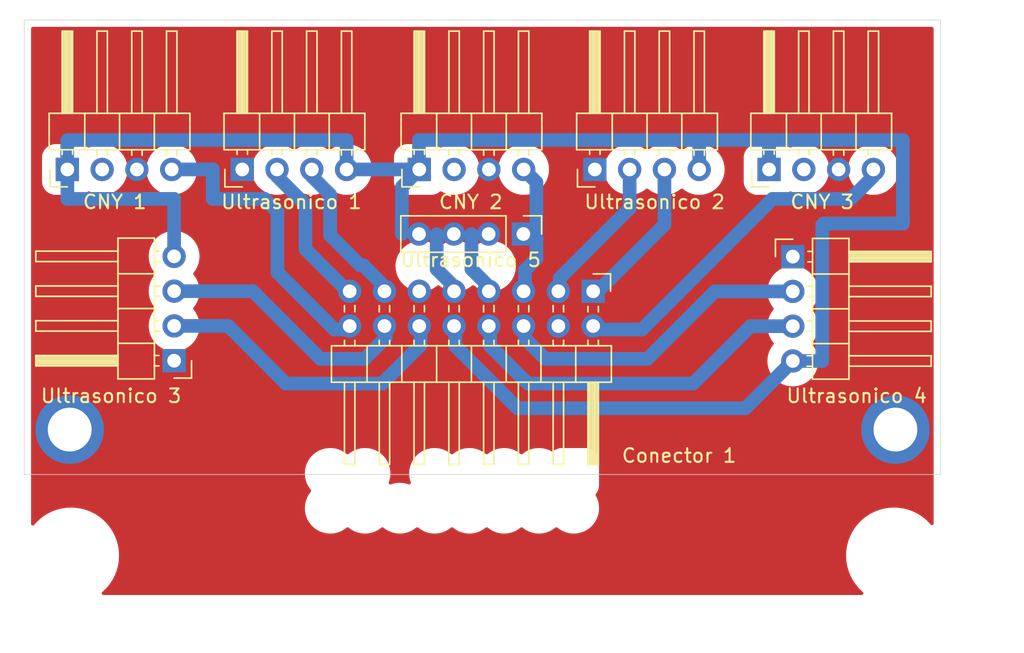
<source format=kicad_pcb>
(kicad_pcb (version 20240108) (generator "pcbnew") (generator_version "8.0")
  (layers (0 "F.Cu" signal) (31 "B.Cu" signal) (34 "B.Paste" user) (35 "F.Paste" user) (36 "B.SilkS" user "B.Silkscreen") (37 "F.SilkS" user "F.Silkscreen") (38 "B.Mask" user) (39 "F.Mask" user) (44 "Edge.Cuts" user))
  (net 0 "")
  (net 1 "CNY1")
  (net 3 "GND")
  (net 4 "+5V")
  (net 6 "CNY2")
  (net 8 "CNY3")
  (net 9 "TRIG1")
  (net 10 "ECHO1")
  (net 11 "ECHO2")
  (net 12 "TRIG2")
  (net 13 "TRIG3")
  (net 14 "ECHO3")
  (net 15 "ECHO4")
  (net 16 "TRIG4")
  (net 17 "TRIG5")
  (net 18 "ECHO5")
  (footprint "Connector_PinHeader_2.54mm:PinHeader_1x04_P2.54mm_Horizontal" (layer "F.Cu") (at 214.45 52.905 90)
    (property "Reference" "Ultrasonico 2" (at -2.375 4.36 0) (layer "F.SilkS"))
    (property "Value" "ULTRASONICO2")
    (fp_line (start 4.1 -1.33) (end 1.44 -1.33) (stroke (width 0.12)) (layer "F.SilkS"))
    (fp_line (start 1.44 -1.33) (end 1.44 8.95) (stroke (width 0.12)) (layer "F.SilkS"))
    (fp_line (start -1.27 -1.27) (end 0 -1.27) (stroke (width 0.12)) (layer "F.SilkS"))
    (fp_line (start 10.1 -0.38) (end 10.1 0.38) (stroke (width 0.12)) (layer "F.SilkS"))
    (fp_line (start 4.1 -0.38) (end 10.1 -0.38) (stroke (width 0.12)) (layer "F.SilkS"))
    (fp_line (start 1.11 -0.38) (end 1.44 -0.38) (stroke (width 0.12)) (layer "F.SilkS"))
    (fp_line (start 4.1 -0.32) (end 10.1 -0.32) (stroke (width 0.12)) (layer "F.SilkS"))
    (fp_line (start 4.1 -0.2) (end 10.1 -0.2) (stroke (width 0.12)) (layer "F.SilkS"))
    (fp_line (start 4.1 -0.08) (end 10.1 -0.08) (stroke (width 0.12)) (layer "F.SilkS"))
    (fp_line (start -1.27 0) (end -1.27 -1.27) (stroke (width 0.12)) (layer "F.SilkS"))
    (fp_line (start 4.1 0.04) (end 10.1 0.04) (stroke (width 0.12)) (layer "F.SilkS"))
    (fp_line (start 4.1 0.16) (end 10.1 0.16) (stroke (width 0.12)) (layer "F.SilkS"))
    (fp_line (start 4.1 0.28) (end 10.1 0.28) (stroke (width 0.12)) (layer "F.SilkS"))
    (fp_line (start 10.1 0.38) (end 4.1 0.38) (stroke (width 0.12)) (layer "F.SilkS"))
    (fp_line (start 1.11 0.38) (end 1.44 0.38) (stroke (width 0.12)) (layer "F.SilkS"))
    (fp_line (start 1.44 1.27) (end 4.1 1.27) (stroke (width 0.12)) (layer "F.SilkS"))
    (fp_line (start 10.1 2.16) (end 10.1 2.92) (stroke (width 0.12)) (layer "F.SilkS"))
    (fp_line (start 4.1 2.16) (end 10.1 2.16) (stroke (width 0.12)) (layer "F.SilkS"))
    (fp_line (start 1.042929 2.16) (end 1.44 2.16) (stroke (width 0.12)) (layer "F.SilkS"))
    (fp_line (start 10.1 2.92) (end 4.1 2.92) (stroke (width 0.12)) (layer "F.SilkS"))
    (fp_line (start 1.042929 2.92) (end 1.44 2.92) (stroke (width 0.12)) (layer "F.SilkS"))
    (fp_line (start 1.44 3.81) (end 4.1 3.81) (stroke (width 0.12)) (layer "F.SilkS"))
    (fp_line (start 10.1 4.7) (end 10.1 5.46) (stroke (width 0.12)) (layer "F.SilkS"))
    (fp_line (start 4.1 4.7) (end 10.1 4.7) (stroke (width 0.12)) (layer "F.SilkS"))
    (fp_line (start 1.042929 4.7) (end 1.44 4.7) (stroke (width 0.12)) (layer "F.SilkS"))
    (fp_line (start 10.1 5.46) (end 4.1 5.46) (stroke (width 0.12)) (layer "F.SilkS"))
    (fp_line (start 1.042929 5.46) (end 1.44 5.46) (stroke (width 0.12)) (layer "F.SilkS"))
    (fp_line (start 1.44 6.35) (end 4.1 6.35) (stroke (width 0.12)) (layer "F.SilkS"))
    (fp_line (start 10.1 7.24) (end 10.1 8) (stroke (width 0.12)) (layer "F.SilkS"))
    (fp_line (start 4.1 7.24) (end 10.1 7.24) (stroke (width 0.12)) (layer "F.SilkS"))
    (fp_line (start 1.042929 7.24) (end 1.44 7.24) (stroke (width 0.12)) (layer "F.SilkS"))
    (fp_line (start 10.1 8) (end 4.1 8) (stroke (width 0.12)) (layer "F.SilkS"))
    (fp_line (start 1.042929 8) (end 1.44 8) (stroke (width 0.12)) (layer "F.SilkS"))
    (fp_line (start 4.1 8.95) (end 4.1 -1.33) (stroke (width 0.12)) (layer "F.SilkS"))
    (fp_line (start 1.44 8.95) (end 4.1 8.95) (stroke (width 0.12)) (layer "F.SilkS"))
    (pad "1" thru_hole rect (at 0 0 90) (size 1.7 1.7) (drill 1) (layers "*.Cu" "*.Mask") (net 3 "GND"))
    (pad "2" thru_hole oval (at 0 2.54 90) (size 1.7 1.7) (drill 1) (layers "*.Cu" "*.Mask") (net 11 "ECHO2"))
    (pad "3" thru_hole oval (at 0 5.08 90) (size 1.7 1.7) (drill 1) (layers "*.Cu" "*.Mask") (net 12 "TRIG2"))
    (pad "4" thru_hole oval (at 0 7.62 90) (size 1.7 1.7) (drill 1) (layers "*.Cu" "*.Mask") (net 4 "+5V"))
  )
  (footprint "Connector_PinHeader_2.54mm:PinHeader_1x04_P2.54mm_Horizontal" (layer "F.Cu") (at 175.93 52.905 90)
    (property "Reference" "CNY 1" (at -2.375 3.46 0) (layer "F.SilkS"))
    (property "Value" "CNY1")
    (fp_line (start 4.1 -1.33) (end 1.44 -1.33) (stroke (width 0.12)) (layer "F.SilkS"))
    (fp_line (start 1.44 -1.33) (end 1.44 8.95) (stroke (width 0.12)) (layer "F.SilkS"))
    (fp_line (start -1.27 -1.27) (end 0 -1.27) (stroke (width 0.12)) (layer "F.SilkS"))
    (fp_line (start 10.1 -0.38) (end 10.1 0.38) (stroke (width 0.12)) (layer "F.SilkS"))
    (fp_line (start 4.1 -0.38) (end 10.1 -0.38) (stroke (width 0.12)) (layer "F.SilkS"))
    (fp_line (start 1.11 -0.38) (end 1.44 -0.38) (stroke (width 0.12)) (layer "F.SilkS"))
    (fp_line (start 4.1 -0.32) (end 10.1 -0.32) (stroke (width 0.12)) (layer "F.SilkS"))
    (fp_line (start 4.1 -0.2) (end 10.1 -0.2) (stroke (width 0.12)) (layer "F.SilkS"))
    (fp_line (start 4.1 -0.08) (end 10.1 -0.08) (stroke (width 0.12)) (layer "F.SilkS"))
    (fp_line (start -1.27 0) (end -1.27 -1.27) (stroke (width 0.12)) (layer "F.SilkS"))
    (fp_line (start 4.1 0.04) (end 10.1 0.04) (stroke (width 0.12)) (layer "F.SilkS"))
    (fp_line (start 4.1 0.16) (end 10.1 0.16) (stroke (width 0.12)) (layer "F.SilkS"))
    (fp_line (start 4.1 0.28) (end 10.1 0.28) (stroke (width 0.12)) (layer "F.SilkS"))
    (fp_line (start 10.1 0.38) (end 4.1 0.38) (stroke (width 0.12)) (layer "F.SilkS"))
    (fp_line (start 1.11 0.38) (end 1.44 0.38) (stroke (width 0.12)) (layer "F.SilkS"))
    (fp_line (start 1.44 1.27) (end 4.1 1.27) (stroke (width 0.12)) (layer "F.SilkS"))
    (fp_line (start 10.1 2.16) (end 10.1 2.92) (stroke (width 0.12)) (layer "F.SilkS"))
    (fp_line (start 4.1 2.16) (end 10.1 2.16) (stroke (width 0.12)) (layer "F.SilkS"))
    (fp_line (start 1.042929 2.16) (end 1.44 2.16) (stroke (width 0.12)) (layer "F.SilkS"))
    (fp_line (start 10.1 2.92) (end 4.1 2.92) (stroke (width 0.12)) (layer "F.SilkS"))
    (fp_line (start 1.042929 2.92) (end 1.44 2.92) (stroke (width 0.12)) (layer "F.SilkS"))
    (fp_line (start 1.44 3.81) (end 4.1 3.81) (stroke (width 0.12)) (layer "F.SilkS"))
    (fp_line (start 10.1 4.7) (end 10.1 5.46) (stroke (width 0.12)) (layer "F.SilkS"))
    (fp_line (start 4.1 4.7) (end 10.1 4.7) (stroke (width 0.12)) (layer "F.SilkS"))
    (fp_line (start 1.042929 4.7) (end 1.44 4.7) (stroke (width 0.12)) (layer "F.SilkS"))
    (fp_line (start 10.1 5.46) (end 4.1 5.46) (stroke (width 0.12)) (layer "F.SilkS"))
    (fp_line (start 1.042929 5.46) (end 1.44 5.46) (stroke (width 0.12)) (layer "F.SilkS"))
    (fp_line (start 1.44 6.35) (end 4.1 6.35) (stroke (width 0.12)) (layer "F.SilkS"))
    (fp_line (start 10.1 7.24) (end 10.1 8) (stroke (width 0.12)) (layer "F.SilkS"))
    (fp_line (start 4.1 7.24) (end 10.1 7.24) (stroke (width 0.12)) (layer "F.SilkS"))
    (fp_line (start 1.042929 7.24) (end 1.44 7.24) (stroke (width 0.12)) (layer "F.SilkS"))
    (fp_line (start 10.1 8) (end 4.1 8) (stroke (width 0.12)) (layer "F.SilkS"))
    (fp_line (start 1.042929 8) (end 1.44 8) (stroke (width 0.12)) (layer "F.SilkS"))
    (fp_line (start 4.1 8.95) (end 4.1 -1.33) (stroke (width 0.12)) (layer "F.SilkS"))
    (fp_line (start 1.44 8.95) (end 4.1 8.95) (stroke (width 0.12)) (layer "F.SilkS"))
    (pad "1" thru_hole rect (at 0 0 90) (size 1.7 1.7) (drill 1) (layers "*.Cu" "*.Mask") (net 4 "+5V"))
    (pad "2" thru_hole oval (at 0 2.54 90) (size 1.7 1.7) (drill 1) (layers "*.Cu" "*.Mask"))
    (pad "3" thru_hole oval (at 0 5.08 90) (size 1.7 1.7) (drill 1) (layers "*.Cu" "*.Mask") (net 3 "GND"))
    (pad "4" thru_hole oval (at 0 7.62 90) (size 1.7 1.7) (drill 1) (layers "*.Cu" "*.Mask") (net 1 "CNY1"))
  )
  (footprint "Connector_PinHeader_2.54mm:PinHeader_2x08_P2.54mm_Horizontal" (layer "F.Cu") (at 214.325 61.8 -90)
    (property "Reference" "Conector 1" (at 12 -6.275 0) (layer "F.SilkS"))
    (property "Value" "Conn_02x08_Odd_Even")
    (fp_line (start 3.98 19.11) (end 6.64 19.11) (stroke (width 0.12)) (layer "F.SilkS"))
    (fp_line (start 6.64 19.11) (end 6.64 -1.33) (stroke (width 0.12)) (layer "F.SilkS"))
    (fp_line (start 1.042929 18.16) (end 1.497071 18.16) (stroke (width 0.12)) (layer "F.SilkS"))
    (fp_line (start 3.582929 18.16) (end 3.98 18.16) (stroke (width 0.12)) (layer "F.SilkS"))
    (fp_line (start 12.64 18.16) (end 6.64 18.16) (stroke (width 0.12)) (layer "F.SilkS"))
    (fp_line (start 1.042929 17.4) (end 1.497071 17.4) (stroke (width 0.12)) (layer "F.SilkS"))
    (fp_line (start 3.582929 17.4) (end 3.98 17.4) (stroke (width 0.12)) (layer "F.SilkS"))
    (fp_line (start 6.64 17.4) (end 12.64 17.4) (stroke (width 0.12)) (layer "F.SilkS"))
    (fp_line (start 12.64 17.4) (end 12.64 18.16) (stroke (width 0.12)) (layer "F.SilkS"))
    (fp_line (start 3.98 16.51) (end 6.64 16.51) (stroke (width 0.12)) (layer "F.SilkS"))
    (fp_line (start 1.042929 15.62) (end 1.497071 15.62) (stroke (width 0.12)) (layer "F.SilkS"))
    (fp_line (start 3.582929 15.62) (end 3.98 15.62) (stroke (width 0.12)) (layer "F.SilkS"))
    (fp_line (start 12.64 15.62) (end 6.64 15.62) (stroke (width 0.12)) (layer "F.SilkS"))
    (fp_line (start 1.042929 14.86) (end 1.497071 14.86) (stroke (width 0.12)) (layer "F.SilkS"))
    (fp_line (start 3.582929 14.86) (end 3.98 14.86) (stroke (width 0.12)) (layer "F.SilkS"))
    (fp_line (start 6.64 14.86) (end 12.64 14.86) (stroke (width 0.12)) (layer "F.SilkS"))
    (fp_line (start 12.64 14.86) (end 12.64 15.62) (stroke (width 0.12)) (layer "F.SilkS"))
    (fp_line (start 3.98 13.97) (end 6.64 13.97) (stroke (width 0.12)) (layer "F.SilkS"))
    (fp_line (start 1.042929 13.08) (end 1.497071 13.08) (stroke (width 0.12)) (layer "F.SilkS"))
    (fp_line (start 3.582929 13.08) (end 3.98 13.08) (stroke (width 0.12)) (layer "F.SilkS"))
    (fp_line (start 12.64 13.08) (end 6.64 13.08) (stroke (width 0.12)) (layer "F.SilkS"))
    (fp_line (start 1.042929 12.32) (end 1.497071 12.32) (stroke (width 0.12)) (layer "F.SilkS"))
    (fp_line (start 3.582929 12.32) (end 3.98 12.32) (stroke (width 0.12)) (layer "F.SilkS"))
    (fp_line (start 6.64 12.32) (end 12.64 12.32) (stroke (width 0.12)) (layer "F.SilkS"))
    (fp_line (start 12.64 12.32) (end 12.64 13.08) (stroke (width 0.12)) (layer "F.SilkS"))
    (fp_line (start 3.98 11.43) (end 6.64 11.43) (stroke (width 0.12)) (layer "F.SilkS"))
    (fp_line (start 1.042929 10.54) (end 1.497071 10.54) (stroke (width 0.12)) (layer "F.SilkS"))
    (fp_line (start 3.582929 10.54) (end 3.98 10.54) (stroke (width 0.12)) (layer "F.SilkS"))
    (fp_line (start 12.64 10.54) (end 6.64 10.54) (stroke (width 0.12)) (layer "F.SilkS"))
    (fp_line (start 1.042929 9.78) (end 1.497071 9.78) (stroke (width 0.12)) (layer "F.SilkS"))
    (fp_line (start 3.582929 9.78) (end 3.98 9.78) (stroke (width 0.12)) (layer "F.SilkS"))
    (fp_line (start 6.64 9.78) (end 12.64 9.78) (stroke (width 0.12)) (layer "F.SilkS"))
    (fp_line (start 12.64 9.78) (end 12.64 10.54) (stroke (width 0.12)) (layer "F.SilkS"))
    (fp_line (start 3.98 8.89) (end 6.64 8.89) (stroke (width 0.12)) (layer "F.SilkS"))
    (fp_line (start 1.042929 8) (end 1.497071 8) (stroke (width 0.12)) (layer "F.SilkS"))
    (fp_line (start 3.582929 8) (end 3.98 8) (stroke (width 0.12)) (layer "F.SilkS"))
    (fp_line (start 12.64 8) (end 6.64 8) (stroke (width 0.12)) (layer "F.SilkS"))
    (fp_line (start 1.042929 7.24) (end 1.497071 7.24) (stroke (width 0.12)) (layer "F.SilkS"))
    (fp_line (start 3.582929 7.24) (end 3.98 7.24) (stroke (width 0.12)) (layer "F.SilkS"))
    (fp_line (start 6.64 7.24) (end 12.64 7.24) (stroke (width 0.12)) (layer "F.SilkS"))
    (fp_line (start 12.64 7.24) (end 12.64 8) (stroke (width 0.12)) (layer "F.SilkS"))
    (fp_line (start 3.98 6.35) (end 6.64 6.35) (stroke (width 0.12)) (layer "F.SilkS"))
    (fp_line (start 1.042929 5.46) (end 1.497071 5.46) (stroke (width 0.12)) (layer "F.SilkS"))
    (fp_line (start 3.582929 5.46) (end 3.98 5.46) (stroke (width 0.12)) (layer "F.SilkS"))
    (fp_line (start 12.64 5.46) (end 6.64 5.46) (stroke (width 0.12)) (layer "F.SilkS"))
    (fp_line (start 1.042929 4.7) (end 1.497071 4.7) (stroke (width 0.12)) (layer "F.SilkS"))
    (fp_line (start 3.582929 4.7) (end 3.98 4.7) (stroke (width 0.12)) (layer "F.SilkS"))
    (fp_line (start 6.64 4.7) (end 12.64 4.7) (stroke (width 0.12)) (layer "F.SilkS"))
    (fp_line (start 12.64 4.7) (end 12.64 5.46) (stroke (width 0.12)) (layer "F.SilkS"))
    (fp_line (start 3.98 3.81) (end 6.64 3.81) (stroke (width 0.12)) (layer "F.SilkS"))
    (fp_line (start 1.042929 2.92) (end 1.497071 2.92) (stroke (width 0.12)) (layer "F.SilkS"))
    (fp_line (start 3.582929 2.92) (end 3.98 2.92) (stroke (width 0.12)) (layer "F.SilkS"))
    (fp_line (start 12.64 2.92) (end 6.64 2.92) (stroke (width 0.12)) (layer "F.SilkS"))
    (fp_line (start 1.042929 2.16) (end 1.497071 2.16) (stroke (width 0.12)) (layer "F.SilkS"))
    (fp_line (start 3.582929 2.16) (end 3.98 2.16) (stroke (width 0.12)) (layer "F.SilkS"))
    (fp_line (start 6.64 2.16) (end 12.64 2.16) (stroke (width 0.12)) (layer "F.SilkS"))
    (fp_line (start 12.64 2.16) (end 12.64 2.92) (stroke (width 0.12)) (layer "F.SilkS"))
    (fp_line (start 3.98 1.27) (end 6.64 1.27) (stroke (width 0.12)) (layer "F.SilkS"))
    (fp_line (start 1.11 0.38) (end 1.497071 0.38) (stroke (width 0.12)) (layer "F.SilkS"))
    (fp_line (start 3.582929 0.38) (end 3.98 0.38) (stroke (width 0.12)) (layer "F.SilkS"))
    (fp_line (start 12.64 0.38) (end 6.64 0.38) (stroke (width 0.12)) (layer "F.SilkS"))
    (fp_line (start 6.64 0.28) (end 12.64 0.28) (stroke (width 0.12)) (layer "F.SilkS"))
    (fp_line (start 6.64 0.16) (end 12.64 0.16) (stroke (width 0.12)) (layer "F.SilkS"))
    (fp_line (start 6.64 0.04) (end 12.64 0.04) (stroke (width 0.12)) (layer "F.SilkS"))
    (fp_line (start -1.27 0) (end -1.27 -1.27) (stroke (width 0.12)) (layer "F.SilkS"))
    (fp_line (start 6.64 -0.08) (end 12.64 -0.08) (stroke (width 0.12)) (layer "F.SilkS"))
    (fp_line (start 6.64 -0.2) (end 12.64 -0.2) (stroke (width 0.12)) (layer "F.SilkS"))
    (fp_line (start 6.64 -0.32) (end 12.64 -0.32) (stroke (width 0.12)) (layer "F.SilkS"))
    (fp_line (start 1.11 -0.38) (end 1.497071 -0.38) (stroke (width 0.12)) (layer "F.SilkS"))
    (fp_line (start 3.582929 -0.38) (end 3.98 -0.38) (stroke (width 0.12)) (layer "F.SilkS"))
    (fp_line (start 6.64 -0.38) (end 12.64 -0.38) (stroke (width 0.12)) (layer "F.SilkS"))
    (fp_line (start 12.64 -0.38) (end 12.64 0.38) (stroke (width 0.12)) (layer "F.SilkS"))
    (fp_line (start -1.27 -1.27) (end 0 -1.27) (stroke (width 0.12)) (layer "F.SilkS"))
    (fp_line (start 3.98 -1.33) (end 3.98 19.11) (stroke (width 0.12)) (layer "F.SilkS"))
    (fp_line (start 6.64 -1.33) (end 3.98 -1.33) (stroke (width 0.12)) (layer "F.SilkS"))
    (pad "1" thru_hole rect (at 0 0 270) (size 1.7 1.7) (drill 1) (layers "*.Cu" "*.Mask") (net 12 "TRIG2"))
    (pad "2" thru_hole oval (at 2.54 0 270) (size 1.7 1.7) (drill 1) (layers "*.Cu" "*.Mask") (net 8 "CNY3"))
    (pad "3" thru_hole oval (at 0 2.54 270) (size 1.7 1.7) (drill 1) (layers "*.Cu" "*.Mask") (net 11 "ECHO2"))
    (pad "4" thru_hole oval (at 2.54 2.54 270) (size 1.7 1.7) (drill 1) (layers "*.Cu" "*.Mask"))
    (pad "5" thru_hole oval (at 0 5.08 270) (size 1.7 1.7) (drill 1) (layers "*.Cu" "*.Mask") (net 6 "CNY2"))
    (pad "6" thru_hole oval (at 2.54 5.08 270) (size 1.7 1.7) (drill 1) (layers "*.Cu" "*.Mask") (net 15 "ECHO4"))
    (pad "7" thru_hole oval (at 0 7.62 270) (size 1.7 1.7) (drill 1) (layers "*.Cu" "*.Mask") (net 18 "ECHO5"))
    (pad "8" thru_hole oval (at 2.54 7.62 270) (size 1.7 1.7) (drill 1) (layers "*.Cu" "*.Mask") (net 16 "TRIG4"))
    (pad "9" thru_hole oval (at 0 10.16 270) (size 1.7 1.7) (drill 1) (layers "*.Cu" "*.Mask") (net 17 "TRIG5"))
    (pad "10" thru_hole oval (at 2.54 10.16 270) (size 1.7 1.7) (drill 1) (layers "*.Cu" "*.Mask") (net 4 "+5V"))
    (pad "11" thru_hole oval (at 0 12.7 270) (size 1.7 1.7) (drill 1) (layers "*.Cu" "*.Mask") (net 3 "GND"))
    (pad "12" thru_hole oval (at 2.54 12.7 270) (size 1.7 1.7) (drill 1) (layers "*.Cu" "*.Mask") (net 14 "ECHO3"))
    (pad "13" thru_hole oval (at 0 15.24 270) (size 1.7 1.7) (drill 1) (layers "*.Cu" "*.Mask") (net 9 "TRIG1"))
    (pad "14" thru_hole oval (at 2.54 15.24 270) (size 1.7 1.7) (drill 1) (layers "*.Cu" "*.Mask") (net 13 "TRIG3"))
    (pad "15" thru_hole oval (at 0 17.78 270) (size 1.7 1.7) (drill 1) (layers "*.Cu" "*.Mask") (net 10 "ECHO1"))
    (pad "16" thru_hole oval (at 2.54 17.78 270) (size 1.7 1.7) (drill 1) (layers "*.Cu" "*.Mask") (net 1 "CNY1"))
  )
  (footprint "Connector_PinHeader_2.54mm:PinHeader_1x04_P2.54mm_Horizontal" (layer "F.Cu") (at 228.905 59.27)
    (property "Reference" "Ultrasonico 4" (at 4.665 10.17 0) (layer "F.SilkS"))
    (property "Value" "ULTRASONICO4")
    (fp_line (start -1.27 -1.27) (end 0 -1.27) (stroke (width 0.12)) (layer "F.SilkS"))
    (fp_line (start -1.27 0) (end -1.27 -1.27) (stroke (width 0.12)) (layer "F.SilkS"))
    (fp_line (start 1.042929 2.16) (end 1.44 2.16) (stroke (width 0.12)) (layer "F.SilkS"))
    (fp_line (start 1.042929 2.92) (end 1.44 2.92) (stroke (width 0.12)) (layer "F.SilkS"))
    (fp_line (start 1.042929 4.7) (end 1.44 4.7) (stroke (width 0.12)) (layer "F.SilkS"))
    (fp_line (start 1.042929 5.46) (end 1.44 5.46) (stroke (width 0.12)) (layer "F.SilkS"))
    (fp_line (start 1.042929 7.24) (end 1.44 7.24) (stroke (width 0.12)) (layer "F.SilkS"))
    (fp_line (start 1.042929 8) (end 1.44 8) (stroke (width 0.12)) (layer "F.SilkS"))
    (fp_line (start 1.11 -0.38) (end 1.44 -0.38) (stroke (width 0.12)) (layer "F.SilkS"))
    (fp_line (start 1.11 0.38) (end 1.44 0.38) (stroke (width 0.12)) (layer "F.SilkS"))
    (fp_line (start 1.44 -1.33) (end 1.44 8.95) (stroke (width 0.12)) (layer "F.SilkS"))
    (fp_line (start 1.44 1.27) (end 4.1 1.27) (stroke (width 0.12)) (layer "F.SilkS"))
    (fp_line (start 1.44 3.81) (end 4.1 3.81) (stroke (width 0.12)) (layer "F.SilkS"))
    (fp_line (start 1.44 6.35) (end 4.1 6.35) (stroke (width 0.12)) (layer "F.SilkS"))
    (fp_line (start 1.44 8.95) (end 4.1 8.95) (stroke (width 0.12)) (layer "F.SilkS"))
    (fp_line (start 4.1 -1.33) (end 1.44 -1.33) (stroke (width 0.12)) (layer "F.SilkS"))
    (fp_line (start 4.1 -0.38) (end 10.1 -0.38) (stroke (width 0.12)) (layer "F.SilkS"))
    (fp_line (start 4.1 -0.32) (end 10.1 -0.32) (stroke (width 0.12)) (layer "F.SilkS"))
    (fp_line (start 4.1 -0.2) (end 10.1 -0.2) (stroke (width 0.12)) (layer "F.SilkS"))
    (fp_line (start 4.1 -0.08) (end 10.1 -0.08) (stroke (width 0.12)) (layer "F.SilkS"))
    (fp_line (start 4.1 0.04) (end 10.1 0.04) (stroke (width 0.12)) (layer "F.SilkS"))
    (fp_line (start 4.1 0.16) (end 10.1 0.16) (stroke (width 0.12)) (layer "F.SilkS"))
    (fp_line (start 4.1 0.28) (end 10.1 0.28) (stroke (width 0.12)) (layer "F.SilkS"))
    (fp_line (start 4.1 2.16) (end 10.1 2.16) (stroke (width 0.12)) (layer "F.SilkS"))
    (fp_line (start 4.1 4.7) (end 10.1 4.7) (stroke (width 0.12)) (layer "F.SilkS"))
    (fp_line (start 4.1 7.24) (end 10.1 7.24) (stroke (width 0.12)) (layer "F.SilkS"))
    (fp_line (start 4.1 8.95) (end 4.1 -1.33) (stroke (width 0.12)) (layer "F.SilkS"))
    (fp_line (start 10.1 -0.38) (end 10.1 0.38) (stroke (width 0.12)) (layer "F.SilkS"))
    (fp_line (start 10.1 0.38) (end 4.1 0.38) (stroke (width 0.12)) (layer "F.SilkS"))
    (fp_line (start 10.1 2.16) (end 10.1 2.92) (stroke (width 0.12)) (layer "F.SilkS"))
    (fp_line (start 10.1 2.92) (end 4.1 2.92) (stroke (width 0.12)) (layer "F.SilkS"))
    (fp_line (start 10.1 4.7) (end 10.1 5.46) (stroke (width 0.12)) (layer "F.SilkS"))
    (fp_line (start 10.1 5.46) (end 4.1 5.46) (stroke (width 0.12)) (layer "F.SilkS"))
    (fp_line (start 10.1 7.24) (end 10.1 8) (stroke (width 0.12)) (layer "F.SilkS"))
    (fp_line (start 10.1 8) (end 4.1 8) (stroke (width 0.12)) (layer "F.SilkS"))
    (pad "1" thru_hole rect (at 0 0) (size 1.7 1.7) (drill 1) (layers "*.Cu" "*.Mask") (net 3 "GND"))
    (pad "2" thru_hole oval (at 0 2.54) (size 1.7 1.7) (drill 1) (layers "*.Cu" "*.Mask") (net 15 "ECHO4"))
    (pad "3" thru_hole oval (at 0 5.08) (size 1.7 1.7) (drill 1) (layers "*.Cu" "*.Mask") (net 16 "TRIG4"))
    (pad "4" thru_hole oval (at 0 7.62) (size 1.7 1.7) (drill 1) (layers "*.Cu" "*.Mask") (net 4 "+5V"))
  )
  (footprint "Connector_PinHeader_2.54mm:PinHeader_1x04_P2.54mm_Horizontal" (layer "F.Cu") (at 183.725 66.87 180)
    (property "Reference" "Ultrasonico 3" (at 4.605 -2.57 180) (layer "F.SilkS"))
    (property "Value" "ULTRASONICO3")
    (fp_line (start 10.1 8) (end 4.1 8) (stroke (width 0.12)) (layer "F.SilkS"))
    (fp_line (start 10.1 7.24) (end 10.1 8) (stroke (width 0.12)) (layer "F.SilkS"))
    (fp_line (start 10.1 5.46) (end 4.1 5.46) (stroke (width 0.12)) (layer "F.SilkS"))
    (fp_line (start 10.1 4.7) (end 10.1 5.46) (stroke (width 0.12)) (layer "F.SilkS"))
    (fp_line (start 10.1 2.92) (end 4.1 2.92) (stroke (width 0.12)) (layer "F.SilkS"))
    (fp_line (start 10.1 2.16) (end 10.1 2.92) (stroke (width 0.12)) (layer "F.SilkS"))
    (fp_line (start 10.1 0.38) (end 4.1 0.38) (stroke (width 0.12)) (layer "F.SilkS"))
    (fp_line (start 10.1 -0.38) (end 10.1 0.38) (stroke (width 0.12)) (layer "F.SilkS"))
    (fp_line (start 4.1 8.95) (end 4.1 -1.33) (stroke (width 0.12)) (layer "F.SilkS"))
    (fp_line (start 4.1 7.24) (end 10.1 7.24) (stroke (width 0.12)) (layer "F.SilkS"))
    (fp_line (start 4.1 4.7) (end 10.1 4.7) (stroke (width 0.12)) (layer "F.SilkS"))
    (fp_line (start 4.1 2.16) (end 10.1 2.16) (stroke (width 0.12)) (layer "F.SilkS"))
    (fp_line (start 4.1 0.28) (end 10.1 0.28) (stroke (width 0.12)) (layer "F.SilkS"))
    (fp_line (start 4.1 0.16) (end 10.1 0.16) (stroke (width 0.12)) (layer "F.SilkS"))
    (fp_line (start 4.1 0.04) (end 10.1 0.04) (stroke (width 0.12)) (layer "F.SilkS"))
    (fp_line (start 4.1 -0.08) (end 10.1 -0.08) (stroke (width 0.12)) (layer "F.SilkS"))
    (fp_line (start 4.1 -0.2) (end 10.1 -0.2) (stroke (width 0.12)) (layer "F.SilkS"))
    (fp_line (start 4.1 -0.32) (end 10.1 -0.32) (stroke (width 0.12)) (layer "F.SilkS"))
    (fp_line (start 4.1 -0.38) (end 10.1 -0.38) (stroke (width 0.12)) (layer "F.SilkS"))
    (fp_line (start 4.1 -1.33) (end 1.44 -1.33) (stroke (width 0.12)) (layer "F.SilkS"))
    (fp_line (start 1.44 8.95) (end 4.1 8.95) (stroke (width 0.12)) (layer "F.SilkS"))
    (fp_line (start 1.44 6.35) (end 4.1 6.35) (stroke (width 0.12)) (layer "F.SilkS"))
    (fp_line (start 1.44 3.81) (end 4.1 3.81) (stroke (width 0.12)) (layer "F.SilkS"))
    (fp_line (start 1.44 1.27) (end 4.1 1.27) (stroke (width 0.12)) (layer "F.SilkS"))
    (fp_line (start 1.44 -1.33) (end 1.44 8.95) (stroke (width 0.12)) (layer "F.SilkS"))
    (fp_line (start 1.11 0.38) (end 1.44 0.38) (stroke (width 0.12)) (layer "F.SilkS"))
    (fp_line (start 1.11 -0.38) (end 1.44 -0.38) (stroke (width 0.12)) (layer "F.SilkS"))
    (fp_line (start 1.042929 8) (end 1.44 8) (stroke (width 0.12)) (layer "F.SilkS"))
    (fp_line (start 1.042929 7.24) (end 1.44 7.24) (stroke (width 0.12)) (layer "F.SilkS"))
    (fp_line (start 1.042929 5.46) (end 1.44 5.46) (stroke (width 0.12)) (layer "F.SilkS"))
    (fp_line (start 1.042929 4.7) (end 1.44 4.7) (stroke (width 0.12)) (layer "F.SilkS"))
    (fp_line (start 1.042929 2.92) (end 1.44 2.92) (stroke (width 0.12)) (layer "F.SilkS"))
    (fp_line (start 1.042929 2.16) (end 1.44 2.16) (stroke (width 0.12)) (layer "F.SilkS"))
    (fp_line (start -1.27 0) (end -1.27 -1.27) (stroke (width 0.12)) (layer "F.SilkS"))
    (fp_line (start -1.27 -1.27) (end 0 -1.27) (stroke (width 0.12)) (layer "F.SilkS"))
    (pad "1" thru_hole rect (at 0 0 180) (size 1.7 1.7) (drill 1) (layers "*.Cu" "*.Mask") (net 3 "GND"))
    (pad "2" thru_hole oval (at 0 2.54 180) (size 1.7 1.7) (drill 1) (layers "*.Cu" "*.Mask") (net 14 "ECHO3"))
    (pad "3" thru_hole oval (at 0 5.08 180) (size 1.7 1.7) (drill 1) (layers "*.Cu" "*.Mask") (net 13 "TRIG3"))
    (pad "4" thru_hole oval (at 0 7.62 180) (size 1.7 1.7) (drill 1) (layers "*.Cu" "*.Mask") (net 4 "+5V"))
  )
  (footprint "" (layer "F.Cu") (at 176.1 71.9)
    (property "Reference" "" (at 0 0 0) (layer "F.SilkS") (effects (font (size 1.27 1.27))))
    (property "Value" "")
    (pad "1" thru_hole circle (at 0 0) (size 5 5) (drill 3.2) (layers "*.Cu" "*.Mask"))
  )
  (footprint "Connector_PinHeader_2.54mm:PinHeader_1x04_P2.54mm_Vertical" (layer "F.Cu") (at 209.23 57.62 -90)
    (property "Reference" "Ultrasonico 5" (at 1.89 3.85 0) (layer "F.SilkS"))
    (property "Value" "ULTRASONICO5")
    (fp_line (start -1.33 8.95) (end 1.33 8.95) (stroke (width 0.12)) (layer "F.SilkS"))
    (fp_line (start -1.33 1.27) (end -1.33 8.95) (stroke (width 0.12)) (layer "F.SilkS"))
    (fp_line (start -1.33 1.27) (end 1.33 1.27) (stroke (width 0.12)) (layer "F.SilkS"))
    (fp_line (start 1.33 1.27) (end 1.33 8.95) (stroke (width 0.12)) (layer "F.SilkS"))
    (fp_line (start -1.33 0) (end -1.33 -1.33) (stroke (width 0.12)) (layer "F.SilkS"))
    (fp_line (start -1.33 -1.33) (end 0 -1.33) (stroke (width 0.12)) (layer "F.SilkS"))
    (pad "1" thru_hole rect (at 0 0 270) (size 1.7 1.7) (drill 1) (layers "*.Cu" "*.Mask") (net 3 "GND"))
    (pad "2" thru_hole oval (at 0 2.54 270) (size 1.7 1.7) (drill 1) (layers "*.Cu" "*.Mask") (net 18 "ECHO5"))
    (pad "3" thru_hole oval (at 0 5.08 270) (size 1.7 1.7) (drill 1) (layers "*.Cu" "*.Mask") (net 17 "TRIG5"))
    (pad "4" thru_hole oval (at 0 7.62 270) (size 1.7 1.7) (drill 1) (layers "*.Cu" "*.Mask") (net 4 "+5V"))
  )
  (footprint "Connector_PinHeader_2.54mm:PinHeader_1x04_P2.54mm_Horizontal" (layer "F.Cu") (at 201.63 52.905 90)
    (property "Reference" "CNY 2" (at -2.375 3.76 0) (layer "F.SilkS"))
    (property "Value" "CNY2")
    (fp_line (start 4.1 -1.33) (end 1.44 -1.33) (stroke (width 0.12)) (layer "F.SilkS"))
    (fp_line (start 1.44 -1.33) (end 1.44 8.95) (stroke (width 0.12)) (layer "F.SilkS"))
    (fp_line (start -1.27 -1.27) (end 0 -1.27) (stroke (width 0.12)) (layer "F.SilkS"))
    (fp_line (start 10.1 -0.38) (end 10.1 0.38) (stroke (width 0.12)) (layer "F.SilkS"))
    (fp_line (start 4.1 -0.38) (end 10.1 -0.38) (stroke (width 0.12)) (layer "F.SilkS"))
    (fp_line (start 1.11 -0.38) (end 1.44 -0.38) (stroke (width 0.12)) (layer "F.SilkS"))
    (fp_line (start 4.1 -0.32) (end 10.1 -0.32) (stroke (width 0.12)) (layer "F.SilkS"))
    (fp_line (start 4.1 -0.2) (end 10.1 -0.2) (stroke (width 0.12)) (layer "F.SilkS"))
    (fp_line (start 4.1 -0.08) (end 10.1 -0.08) (stroke (width 0.12)) (layer "F.SilkS"))
    (fp_line (start -1.27 0) (end -1.27 -1.27) (stroke (width 0.12)) (layer "F.SilkS"))
    (fp_line (start 4.1 0.04) (end 10.1 0.04) (stroke (width 0.12)) (layer "F.SilkS"))
    (fp_line (start 4.1 0.16) (end 10.1 0.16) (stroke (width 0.12)) (layer "F.SilkS"))
    (fp_line (start 4.1 0.28) (end 10.1 0.28) (stroke (width 0.12)) (layer "F.SilkS"))
    (fp_line (start 10.1 0.38) (end 4.1 0.38) (stroke (width 0.12)) (layer "F.SilkS"))
    (fp_line (start 1.11 0.38) (end 1.44 0.38) (stroke (width 0.12)) (layer "F.SilkS"))
    (fp_line (start 1.44 1.27) (end 4.1 1.27) (stroke (width 0.12)) (layer "F.SilkS"))
    (fp_line (start 10.1 2.16) (end 10.1 2.92) (stroke (width 0.12)) (layer "F.SilkS"))
    (fp_line (start 4.1 2.16) (end 10.1 2.16) (stroke (width 0.12)) (layer "F.SilkS"))
    (fp_line (start 1.042929 2.16) (end 1.44 2.16) (stroke (width 0.12)) (layer "F.SilkS"))
    (fp_line (start 10.1 2.92) (end 4.1 2.92) (stroke (width 0.12)) (layer "F.SilkS"))
    (fp_line (start 1.042929 2.92) (end 1.44 2.92) (stroke (width 0.12)) (layer "F.SilkS"))
    (fp_line (start 1.44 3.81) (end 4.1 3.81) (stroke (width 0.12)) (layer "F.SilkS"))
    (fp_line (start 10.1 4.7) (end 10.1 5.46) (stroke (width 0.12)) (layer "F.SilkS"))
    (fp_line (start 4.1 4.7) (end 10.1 4.7) (stroke (width 0.12)) (layer "F.SilkS"))
    (fp_line (start 1.042929 4.7) (end 1.44 4.7) (stroke (width 0.12)) (layer "F.SilkS"))
    (fp_line (start 10.1 5.46) (end 4.1 5.46) (stroke (width 0.12)) (layer "F.SilkS"))
    (fp_line (start 1.042929 5.46) (end 1.44 5.46) (stroke (width 0.12)) (layer "F.SilkS"))
    (fp_line (start 1.44 6.35) (end 4.1 6.35) (stroke (width 0.12)) (layer "F.SilkS"))
    (fp_line (start 10.1 7.24) (end 10.1 8) (stroke (width 0.12)) (layer "F.SilkS"))
    (fp_line (start 4.1 7.24) (end 10.1 7.24) (stroke (width 0.12)) (layer "F.SilkS"))
    (fp_line (start 1.042929 7.24) (end 1.44 7.24) (stroke (width 0.12)) (layer "F.SilkS"))
    (fp_line (start 10.1 8) (end 4.1 8) (stroke (width 0.12)) (layer "F.SilkS"))
    (fp_line (start 1.042929 8) (end 1.44 8) (stroke (width 0.12)) (layer "F.SilkS"))
    (fp_line (start 4.1 8.95) (end 4.1 -1.33) (stroke (width 0.12)) (layer "F.SilkS"))
    (fp_line (start 1.44 8.95) (end 4.1 8.95) (stroke (width 0.12)) (layer "F.SilkS"))
    (pad "1" thru_hole rect (at 0 0 90) (size 1.7 1.7) (drill 1) (layers "*.Cu" "*.Mask") (net 4 "+5V"))
    (pad "2" thru_hole oval (at 0 2.54 90) (size 1.7 1.7) (drill 1) (layers "*.Cu" "*.Mask"))
    (pad "3" thru_hole oval (at 0 5.08 90) (size 1.7 1.7) (drill 1) (layers "*.Cu" "*.Mask") (net 3 "GND"))
    (pad "4" thru_hole oval (at 0 7.62 90) (size 1.7 1.7) (drill 1) (layers "*.Cu" "*.Mask") (net 6 "CNY2"))
  )
  (footprint "Connector_PinHeader_2.54mm:PinHeader_1x04_P2.54mm_Horizontal" (layer "F.Cu") (at 227.17 52.905 90)
    (property "Reference" "CNY 3" (at -2.375 3.88 0) (layer "F.SilkS"))
    (property "Value" "CNY3")
    (fp_line (start 4.1 -1.33) (end 1.44 -1.33) (stroke (width 0.12)) (layer "F.SilkS"))
    (fp_line (start 1.44 -1.33) (end 1.44 8.95) (stroke (width 0.12)) (layer "F.SilkS"))
    (fp_line (start -1.27 -1.27) (end 0 -1.27) (stroke (width 0.12)) (layer "F.SilkS"))
    (fp_line (start 10.1 -0.38) (end 10.1 0.38) (stroke (width 0.12)) (layer "F.SilkS"))
    (fp_line (start 4.1 -0.38) (end 10.1 -0.38) (stroke (width 0.12)) (layer "F.SilkS"))
    (fp_line (start 1.11 -0.38) (end 1.44 -0.38) (stroke (width 0.12)) (layer "F.SilkS"))
    (fp_line (start 4.1 -0.32) (end 10.1 -0.32) (stroke (width 0.12)) (layer "F.SilkS"))
    (fp_line (start 4.1 -0.2) (end 10.1 -0.2) (stroke (width 0.12)) (layer "F.SilkS"))
    (fp_line (start 4.1 -0.08) (end 10.1 -0.08) (stroke (width 0.12)) (layer "F.SilkS"))
    (fp_line (start -1.27 0) (end -1.27 -1.27) (stroke (width 0.12)) (layer "F.SilkS"))
    (fp_line (start 4.1 0.04) (end 10.1 0.04) (stroke (width 0.12)) (layer "F.SilkS"))
    (fp_line (start 4.1 0.16) (end 10.1 0.16) (stroke (width 0.12)) (layer "F.SilkS"))
    (fp_line (start 4.1 0.28) (end 10.1 0.28) (stroke (width 0.12)) (layer "F.SilkS"))
    (fp_line (start 10.1 0.38) (end 4.1 0.38) (stroke (width 0.12)) (layer "F.SilkS"))
    (fp_line (start 1.11 0.38) (end 1.44 0.38) (stroke (width 0.12)) (layer "F.SilkS"))
    (fp_line (start 1.44 1.27) (end 4.1 1.27) (stroke (width 0.12)) (layer "F.SilkS"))
    (fp_line (start 10.1 2.16) (end 10.1 2.92) (stroke (width 0.12)) (layer "F.SilkS"))
    (fp_line (start 4.1 2.16) (end 10.1 2.16) (stroke (width 0.12)) (layer "F.SilkS"))
    (fp_line (start 1.042929 2.16) (end 1.44 2.16) (stroke (width 0.12)) (layer "F.SilkS"))
    (fp_line (start 10.1 2.92) (end 4.1 2.92) (stroke (width 0.12)) (layer "F.SilkS"))
    (fp_line (start 1.042929 2.92) (end 1.44 2.92) (stroke (width 0.12)) (layer "F.SilkS"))
    (fp_line (start 1.44 3.81) (end 4.1 3.81) (stroke (width 0.12)) (layer "F.SilkS"))
    (fp_line (start 10.1 4.7) (end 10.1 5.46) (stroke (width 0.12)) (layer "F.SilkS"))
    (fp_line (start 4.1 4.7) (end 10.1 4.7) (stroke (width 0.12)) (layer "F.SilkS"))
    (fp_line (start 1.042929 4.7) (end 1.44 4.7) (stroke (width 0.12)) (layer "F.SilkS"))
    (fp_line (start 10.1 5.46) (end 4.1 5.46) (stroke (width 0.12)) (layer "F.SilkS"))
    (fp_line (start 1.042929 5.46) (end 1.44 5.46) (stroke (width 0.12)) (layer "F.SilkS"))
    (fp_line (start 1.44 6.35) (end 4.1 6.35) (stroke (width 0.12)) (layer "F.SilkS"))
    (fp_line (start 10.1 7.24) (end 10.1 8) (stroke (width 0.12)) (layer "F.SilkS"))
    (fp_line (start 4.1 7.24) (end 10.1 7.24) (stroke (width 0.12)) (layer "F.SilkS"))
    (fp_line (start 1.042929 7.24) (end 1.44 7.24) (stroke (width 0.12)) (layer "F.SilkS"))
    (fp_line (start 10.1 8) (end 4.1 8) (stroke (width 0.12)) (layer "F.SilkS"))
    (fp_line (start 1.042929 8) (end 1.44 8) (stroke (width 0.12)) (layer "F.SilkS"))
    (fp_line (start 4.1 8.95) (end 4.1 -1.33) (stroke (width 0.12)) (layer "F.SilkS"))
    (fp_line (start 1.44 8.95) (end 4.1 8.95) (stroke (width 0.12)) (layer "F.SilkS"))
    (pad "1" thru_hole rect (at 0 0 90) (size 1.7 1.7) (drill 1) (layers "*.Cu" "*.Mask") (net 4 "+5V"))
    (pad "2" thru_hole oval (at 0 2.54 90) (size 1.7 1.7) (drill 1) (layers "*.Cu" "*.Mask"))
    (pad "3" thru_hole oval (at 0 5.08 90) (size 1.7 1.7) (drill 1) (layers "*.Cu" "*.Mask") (net 3 "GND"))
    (pad "4" thru_hole oval (at 0 7.62 90) (size 1.7 1.7) (drill 1) (layers "*.Cu" "*.Mask") (net 8 "CNY3"))
  )
  (footprint "" (layer "F.Cu") (at 236.4 71.9)
    (property "Reference" "" (at 0 0 0) (layer "F.SilkS") (effects (font (size 1.27 1.27))))
    (property "Value" "")
    (pad "1" thru_hole circle (at 0 0) (size 5 5) (drill 3.2) (layers "*.Cu" "*.Mask"))
  )
  (footprint "Connector_PinHeader_2.54mm:PinHeader_1x04_P2.54mm_Horizontal" (layer "F.Cu") (at 188.7 52.905 90)
    (property "Reference" "Ultrasonico 1" (at -2.375 3.59 0) (layer "F.SilkS"))
    (property "Value" "ULTRASONICO1")
    (fp_line (start 4.1 -1.33) (end 1.44 -1.33) (stroke (width 0.12)) (layer "F.SilkS"))
    (fp_line (start 1.44 -1.33) (end 1.44 8.95) (stroke (width 0.12)) (layer "F.SilkS"))
    (fp_line (start -1.27 -1.27) (end 0 -1.27) (stroke (width 0.12)) (layer "F.SilkS"))
    (fp_line (start 10.1 -0.38) (end 10.1 0.38) (stroke (width 0.12)) (layer "F.SilkS"))
    (fp_line (start 4.1 -0.38) (end 10.1 -0.38) (stroke (width 0.12)) (layer "F.SilkS"))
    (fp_line (start 1.11 -0.38) (end 1.44 -0.38) (stroke (width 0.12)) (layer "F.SilkS"))
    (fp_line (start 4.1 -0.32) (end 10.1 -0.32) (stroke (width 0.12)) (layer "F.SilkS"))
    (fp_line (start 4.1 -0.2) (end 10.1 -0.2) (stroke (width 0.12)) (layer "F.SilkS"))
    (fp_line (start 4.1 -0.08) (end 10.1 -0.08) (stroke (width 0.12)) (layer "F.SilkS"))
    (fp_line (start -1.27 0) (end -1.27 -1.27) (stroke (width 0.12)) (layer "F.SilkS"))
    (fp_line (start 4.1 0.04) (end 10.1 0.04) (stroke (width 0.12)) (layer "F.SilkS"))
    (fp_line (start 4.1 0.16) (end 10.1 0.16) (stroke (width 0.12)) (layer "F.SilkS"))
    (fp_line (start 4.1 0.28) (end 10.1 0.28) (stroke (width 0.12)) (layer "F.SilkS"))
    (fp_line (start 10.1 0.38) (end 4.1 0.38) (stroke (width 0.12)) (layer "F.SilkS"))
    (fp_line (start 1.11 0.38) (end 1.44 0.38) (stroke (width 0.12)) (layer "F.SilkS"))
    (fp_line (start 1.44 1.27) (end 4.1 1.27) (stroke (width 0.12)) (layer "F.SilkS"))
    (fp_line (start 10.1 2.16) (end 10.1 2.92) (stroke (width 0.12)) (layer "F.SilkS"))
    (fp_line (start 4.1 2.16) (end 10.1 2.16) (stroke (width 0.12)) (layer "F.SilkS"))
    (fp_line (start 1.042929 2.16) (end 1.44 2.16) (stroke (width 0.12)) (layer "F.SilkS"))
    (fp_line (start 10.1 2.92) (end 4.1 2.92) (stroke (width 0.12)) (layer "F.SilkS"))
    (fp_line (start 1.042929 2.92) (end 1.44 2.92) (stroke (width 0.12)) (layer "F.SilkS"))
    (fp_line (start 1.44 3.81) (end 4.1 3.81) (stroke (width 0.12)) (layer "F.SilkS"))
    (fp_line (start 10.1 4.7) (end 10.1 5.46) (stroke (width 0.12)) (layer "F.SilkS"))
    (fp_line (start 4.1 4.7) (end 10.1 4.7) (stroke (width 0.12)) (layer "F.SilkS"))
    (fp_line (start 1.042929 4.7) (end 1.44 4.7) (stroke (width 0.12)) (layer "F.SilkS"))
    (fp_line (start 10.1 5.46) (end 4.1 5.46) (stroke (width 0.12)) (layer "F.SilkS"))
    (fp_line (start 1.042929 5.46) (end 1.44 5.46) (stroke (width 0.12)) (layer "F.SilkS"))
    (fp_line (start 1.44 6.35) (end 4.1 6.35) (stroke (width 0.12)) (layer "F.SilkS"))
    (fp_line (start 10.1 7.24) (end 10.1 8) (stroke (width 0.12)) (layer "F.SilkS"))
    (fp_line (start 4.1 7.24) (end 10.1 7.24) (stroke (width 0.12)) (layer "F.SilkS"))
    (fp_line (start 1.042929 7.24) (end 1.44 7.24) (stroke (width 0.12)) (layer "F.SilkS"))
    (fp_line (start 10.1 8) (end 4.1 8) (stroke (width 0.12)) (layer "F.SilkS"))
    (fp_line (start 1.042929 8) (end 1.44 8) (stroke (width 0.12)) (layer "F.SilkS"))
    (fp_line (start 4.1 8.95) (end 4.1 -1.33) (stroke (width 0.12)) (layer "F.SilkS"))
    (fp_line (start 1.44 8.95) (end 4.1 8.95) (stroke (width 0.12)) (layer "F.SilkS"))
    (pad "1" thru_hole rect (at 0 0 90) (size 1.7 1.7) (drill 1) (layers "*.Cu" "*.Mask") (net 3 "GND"))
    (pad "2" thru_hole oval (at 0 2.54 90) (size 1.7 1.7) (drill 1) (layers "*.Cu" "*.Mask") (net 10 "ECHO1"))
    (pad "3" thru_hole oval (at 0 5.08 90) (size 1.7 1.7) (drill 1) (layers "*.Cu" "*.Mask") (net 9 "TRIG1"))
    (pad "4" thru_hole oval (at 0 7.62 90) (size 1.7 1.7) (drill 1) (layers "*.Cu" "*.Mask") (net 4 "+5V"))
  )
  (gr_rect (start 172.78 41.99) (end 239.69 75.18) (stroke (width 0.05)) (fill none) (layer "Edge.Cuts"))
  (segment (start 195.437919 64.59) (end 196.64 64.59) (width 1) (layer "B.Cu") (net 1))
  (segment (start 191.27 60.422081) (end 195.437919 64.59) (width 1) (layer "B.Cu") (net 1))
  (segment (start 190.338272 55.055) (end 186.55 55.055) (width 1) (layer "B.Cu") (net 1))
  (segment (start 186.55 52.905) (end 183.55 52.905) (width 1) (layer "B.Cu") (net 1))
  (segment (start 186.55 55.055) (end 186.55 52.905) (width 1) (layer "B.Cu") (net 1))
  (segment (start 191.27 55.986728) (end 191.27 60.422081) (width 1) (layer "B.Cu") (net 1))
  (segment (start 191.27 55.986728) (end 190.338272 55.055) (width 1) (layer "B.Cu") (net 1))
  (segment (start 201.63 52.905) (end 200.36 54.175) (width 1) (layer "B.Cu") (net 4))
  (segment (start 231.055 66.89) (end 231.055 56.945) (width 1) (layer "B.Cu") (net 4))
  (segment (start 236.94 50.755) (end 227.17 50.755) (width 1) (layer "B.Cu") (net 4))
  (segment (start 231.145 56.855) (end 236.94 56.855) (width 1) (layer "B.Cu") (net 4))
  (segment (start 222.07 52.905) (end 222.07 50.755) (width 1) (layer "B.Cu") (net 4))
  (segment (start 175.92 50.78) (end 175.92 52.895) (width 1) (layer "B.Cu") (net 4))
  (segment (start 204.26 65.797665) (end 204.26 64.59) (width 1) (layer "B.Cu") (net 4))
  (segment (start 200.36 54.175) (end 200.36 57.62) (width 1) (layer "B.Cu") (net 4))
  (segment (start 201.605 52.88) (end 201.63 52.905) (width 1) (layer "B.Cu") (net 4))
  (segment (start 236.94 56.855) (end 236.94 50.755) (width 1) (layer "B.Cu") (net 4))
  (segment (start 225.455 70.34) (end 208.802335 70.34) (width 1) (layer "B.Cu") (net 4))
  (segment (start 183.725 55.055) (end 183.725 59.25) (width 1) (layer "B.Cu") (net 4))
  (segment (start 227.17 52.905) (end 227.17 51.01222) (width 1) (layer "B.Cu") (net 4))
  (segment (start 196.32 52.905) (end 196.32 50.755) (width 1) (layer "B.Cu") (net 4))
  (segment (start 196.32 52.905) (end 201.63 52.905) (width 1) (layer "B.Cu") (net 4))
  (segment (start 222.07 50.755) (end 201.605 50.755) (width 1) (layer "B.Cu") (net 4))
  (segment (start 175.93 52.905) (end 175.93 55.055) (width 1) (layer "B.Cu") (net 4))
  (segment (start 228.905 66.89) (end 231.055 66.89) (width 1) (layer "B.Cu") (net 4))
  (segment (start 227.17 50.755) (end 227.17 52.905) (width 1) (layer "B.Cu") (net 4))
  (segment (start 175.93 55.055) (end 183.725 55.055) (width 1) (layer "B.Cu") (net 4))
  (segment (start 208.802335 70.34) (end 204.26 65.797665) (width 1) (layer "B.Cu") (net 4))
  (segment (start 196.32 50.755) (end 175.945 50.755) (width 1) (layer "B.Cu") (net 4))
  (segment (start 222.07 50.755) (end 226.91278 50.755) (width 1) (layer "B.Cu") (net 4))
  (segment (start 201.605 50.755) (end 201.605 52.88) (width 1) (layer "B.Cu") (net 4))
  (segment (start 226.91278 50.755) (end 227.17 51.01222) (width 1) (layer "B.Cu") (net 4))
  (segment (start 228.905 66.89) (end 225.455 70.34) (width 1) (layer "B.Cu") (net 4))
  (segment (start 175.945 50.755) (end 175.92 50.78) (width 1) (layer "B.Cu") (net 4))
  (segment (start 175.92 52.895) (end 175.93 52.905) (width 1) (layer "B.Cu") (net 4))
  (segment (start 231.055 56.945) (end 231.145 56.855) (width 1) (layer "B.Cu") (net 4))
  (segment (start 210.18 59.42) (end 210.18 53.835) (width 1) (layer "B.Cu") (net 6))
  (segment (start 209.34 62.05) (end 209.34 60.26) (width 1) (layer "B.Cu") (net 6))
  (segment (start 210.18 53.835) (end 209.25 52.905) (width 1) (layer "B.Cu") (net 6))
  (segment (start 209.34 60.26) (end 210.18 59.42) (width 1) (layer "B.Cu") (net 6))
  (segment (start 227.419416 55.055) (end 233.14056 55.055) (width 1) (layer "B.Cu") (net 8))
  (segment (start 234.79 53.40556) (end 233.14056 55.055) (width 1) (layer "B.Cu") (net 8))
  (segment (start 214.42 64.59) (end 217.884416 64.59) (width 1) (layer "B.Cu") (net 8))
  (segment (start 234.79 52.905) (end 234.79 53.40556) (width 1) (layer "B.Cu") (net 8))
  (segment (start 217.884416 64.59) (end 227.419416 55.055) (width 1) (layer "B.Cu") (net 8))
  (segment (start 193.78 53.40556) (end 195.12 54.74556) (width 1) (layer "B.Cu") (net 9))
  (segment (start 195.12 54.74556) (end 195.12 57.71) (width 1) (layer "B.Cu") (net 9))
  (segment (start 195.12 57.71) (end 197.31 59.9) (width 1) (layer "B.Cu") (net 9))
  (segment (start 193.78 52.905) (end 193.78 53.40556) (width 1) (layer "B.Cu") (net 9))
  (segment (start 199.18 61.54944) (end 199.18 62.05) (width 1) (layer "B.Cu") (net 9))
  (segment (start 197.31 59.9) (end 197.53056 59.9) (width 1) (layer "B.Cu") (net 9))
  (segment (start 197.53056 59.9) (end 199.18 61.54944) (width 1) (layer "B.Cu") (net 9))
  (segment (start 191.24 53.411144) (end 191.24 52.905) (width 1) (layer "B.Cu") (net 10))
  (segment (start 193.32 55.491144) (end 193.32 58.73) (width 1) (layer "B.Cu") (net 10))
  (segment (start 193.32 58.73) (end 196.64 62.05) (width 1) (layer "B.Cu") (net 10))
  (segment (start 193.32 55.491144) (end 191.24 53.411144) (width 1) (layer "B.Cu") (net 10))
  (segment (start 211.88 62.05) (end 211.88 60.847919) (width 1) (layer "B.Cu") (net 11))
  (segment (start 211.88 60.847919) (end 216.99 55.737919) (width 1) (layer "B.Cu") (net 11))
  (segment (start 216.99 55.737919) (end 216.99 52.905) (width 1) (layer "B.Cu") (net 11))
  (segment (start 219.53 52.905) (end 219.53 56.94) (width 1) (layer "B.Cu") (net 12))
  (segment (start 219.53 56.94) (end 214.42 62.05) (width 1) (layer "B.Cu") (net 12))
  (segment (start 183.725 61.79) (end 189.47 61.79) (width 1) (layer "B.Cu") (net 13))
  (segment (start 199.18 65.19) (end 199.18 64.59) (width 1) (layer "B.Cu") (net 13))
  (segment (start 194.42 66.74) (end 197.63 66.74) (width 1) (layer "B.Cu") (net 13))
  (segment (start 197.63 66.74) (end 199.18 65.19) (width 1) (layer "B.Cu") (net 13))
  (segment (start 189.47 61.79) (end 194.42 66.74) (width 1) (layer "B.Cu") (net 13))
  (segment (start 187.67 64.33) (end 191.88 68.54) (width 1) (layer "B.Cu") (net 14))
  (segment (start 187.67 64.33) (end 183.725 64.33) (width 1) (layer "B.Cu") (net 14))
  (segment (start 201.72 65.74) (end 201.72 64.59) (width 1) (layer "B.Cu") (net 14))
  (segment (start 198.92 68.54) (end 201.72 65.74) (width 1) (layer "B.Cu") (net 14))
  (segment (start 191.88 68.54) (end 198.92 68.54) (width 1) (layer "B.Cu") (net 14))
  (segment (start 223.21 61.81) (end 218.28 66.74) (width 1) (layer "B.Cu") (net 15))
  (segment (start 223.21 61.81) (end 228.905 61.81) (width 1) (layer "B.Cu") (net 15))
  (segment (start 218.28 66.74) (end 210.83 66.74) (width 1) (layer "B.Cu") (net 15))
  (segment (start 210.83 66.74) (end 209.34 65.25) (width 1) (layer "B.Cu") (net 15))
  (segment (start 209.34 65.25) (end 209.34 64.59) (width 1) (layer "B.Cu") (net 15))
  (segment (start 221.63 68.54) (end 209.547919 68.54) (width 1) (layer "B.Cu") (net 16))
  (segment (start 209.547919 68.54) (end 206.8 65.792081) (width 1) (layer "B.Cu") (net 16))
  (segment (start 228.905 64.35) (end 225.82 64.35) (width 1) (layer "B.Cu") (net 16))
  (segment (start 206.8 65.792081) (end 206.8 64.59) (width 1) (layer "B.Cu") (net 16))
  (segment (start 225.82 64.35) (end 221.63 68.54) (width 1) (layer "B.Cu") (net 16))
  (segment (start 202.9 57.62) (end 202.9 60.18944) (width 1) (layer "B.Cu") (net 17))
  (segment (start 204.17 61.96) (end 204.26 62.05) (width 1) (layer "B.Cu") (net 17))
  (segment (start 204.26 61.54944) (end 204.26 62.05) (width 1) (layer "B.Cu") (net 17))
  (segment (start 202.9 60.18944) (end 204.26 61.54944) (width 1) (layer "B.Cu") (net 17))
  (segment (start 205.44 57.62) (end 205.44 60.183856) (width 1) (layer "B.Cu") (net 18))
  (segment (start 205.44 60.183856) (end 206.8 61.543856) (width 1) (layer "B.Cu") (net 18))
  (segment (start 206.71 61.96) (end 206.8 62.05) (width 1) (layer "B.Cu") (net 18))
  (segment (start 206.8 61.543856) (end 206.8 62.05) (width 1) (layer "B.Cu") (net 18))
  (zone (net 3) (net_name "GND") (layer "F.Cu") (connect_pads yes (clearance 1)) (min_thickness 0.25) (fill yes (thermal_gap 0.5) (thermal_bridge_width 0.5))
    (polygon (pts (xy 245.79 88.22) (xy 171.01 88.22) (xy 171.14 40.53) (xy 245.79 40.65)))
  )
)
</source>
